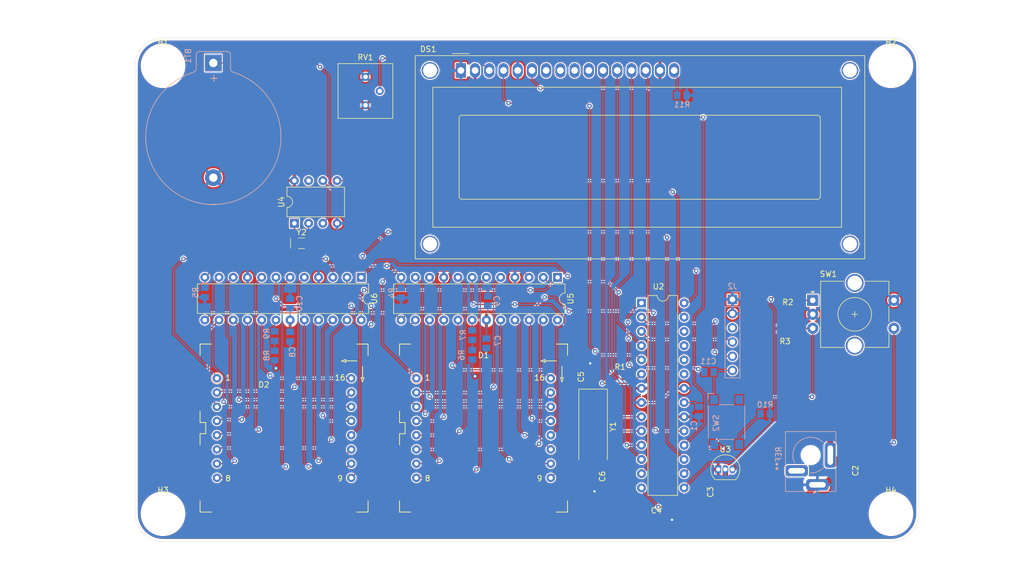
<source format=kicad_pcb>
(kicad_pcb (version 20211014) (generator pcbnew)
  (layers (0 "F.Cu" signal) (31 "B.Cu" signal) (34 "B.Paste" user) (35 "F.Paste" user) (36 "B.SilkS" user "B.Silkscreen") (37 "F.SilkS" user "F.Silkscreen") (38 "B.Mask" user) (39 "F.Mask" user) (44 "Edge.Cuts" user))
  (net 0 "")
  (net 1 "LCD D7")
  (net 2 "LCD D6")
  (net 3 "LCD D5")
  (net 4 "LCD D4")
  (net 5 "LCD E")
  (net 6 "GND")
  (net 7 "LCD RS")
  (net 8 "VCC")
  (net 9 "Net-(C5-Pad1)")
  (net 10 "Net-(R10-Pad2)")
  (net 11 "ROT ENC SWITCH")
  (net 12 "Net-(R7-Pad2)")
  (net 13 "Net-(R8-Pad2)")
  (net 14 "DATA MAX")
  (net 15 "~{RST}")
  (net 16 "RXD")
  (net 17 "TXD")
  (net 20 "Net-(D2-Pad1)")
  (net 21 "Net-(D2-Pad2)")
  (net 22 "Net-(D2-Pad3)")
  (net 23 "Net-(D2-Pad4)")
  (net 24 "Net-(D2-Pad5)")
  (net 25 "Net-(D2-Pad6)")
  (net 26 "Net-(D2-Pad7)")
  (net 27 "Net-(D2-Pad8)")
  (net 28 "Net-(D2-Pad9)")
  (net 29 "Net-(D2-Pad10)")
  (net 30 "Net-(D2-Pad11)")
  (net 31 "Net-(D2-Pad12)")
  (net 32 "Net-(D2-Pad13)")
  (net 33 "Net-(D2-Pad14)")
  (net 34 "Net-(D2-Pad15)")
  (net 35 "Net-(D2-Pad16)")
  (net 36 "Net-(U4-Pad1)")
  (net 37 "A4 SDA")
  (net 38 "Net-(U4-Pad2)")
  (net 39 "A5 SCK")
  (net 40 "VBAT")
  (net 42 "ROT ENC A OUT")
  (net 43 "ROT ENC B OUT")
  (net 44 "LOAD MAX")
  (net 45 "SCK")
  (net 46 "Net-(C1-Pad1)")
  (net 47 "D1OD2I")
  (net 48 "Net-(C2-Pad1)")
  (net 49 "Net-(C6-Pad1)")
  (net 50 "~{RESET BTN}")
  (net 51 "Net-(D1-Pad1)")
  (net 52 "Net-(D1-Pad2)")
  (net 53 "Net-(D1-Pad3)")
  (net 54 "Net-(D1-Pad4)")
  (net 55 "Net-(D1-Pad5)")
  (net 56 "Net-(D1-Pad6)")
  (net 57 "Net-(D1-Pad7)")
  (net 58 "Net-(D1-Pad8)")
  (net 59 "Net-(D1-Pad9)")
  (net 60 "Net-(D1-Pad10)")
  (net 61 "Net-(D1-Pad11)")
  (net 62 "Net-(D1-Pad12)")
  (net 63 "Net-(D1-Pad13)")
  (net 64 "Net-(D1-Pad14)")
  (net 65 "Net-(D1-Pad15)")
  (net 66 "Net-(D1-Pad16)")
  (net 67 "Net-(R6-Pad2)")
  (net 68 "Net-(R9-Pad2)")
  (net 79 "Net-(DS1-Pad16)")
  (net 80 "Net-(DS1-Pad3)")
  (footprint "footprints:Crystal_SMD_2Pin_3.2x1.5mm" (layer "F.Cu") (at 109.718 91.704)
    (fp_text reference "Y2")
    (fp_text value "Crystal_32768Hz")
  )
  (footprint "footprints:R_0805_2012Metric" (layer "F.Cu") (at 166.624 115.443)
    (fp_text reference "R1")
    (fp_text value "10KΩ")
  )
  (footprint "footprints:MountingHole_3.2mm_M3" (layer "F.Cu") (at 215 140)
    (fp_text reference "H4")
    (fp_text value "MountingHole")
  )
  (footprint "footprints:DIP-24_W7.62mm" (layer "F.Cu") (at 155.453 97.8 -90)
    (fp_text reference "U5")
    (fp_text value "MAX7219")
  )
  (footprint "footprints:C_0805_2012Metric" (layer "F.Cu") (at 161.798 133.35 -90)
    (fp_text reference "C6")
    (fp_text value "22p")
  )
  (footprint "footprints:KWM-30881CVB" (layer "F.Cu") (at 106.618 124.714)
    (fp_text reference "D2")
    (fp_text value "KWM-30881CVB")
  )
  (footprint "footprints:C_0805_2012Metric" (layer "F.Cu") (at 181.102 136.144 -90)
    (fp_text reference "C3")
    (fp_text value "C_0805_0.1uf")
  )
  (footprint "footprints:C_0805_2012Metric" (layer "F.Cu") (at 173.101 141.097)
    (fp_text reference "C4")
    (fp_text value "C_0805_0.1uf")
  )
  (footprint "footprints:Crystal_SMD_HC49-SD" (layer "F.Cu") (at 161.798 124.46 -90)
    (fp_text reference "Y1")
    (fp_text value "Crystal 16MHZ")
  )
  (footprint "footprints:C_0805_2012Metric" (layer "F.Cu") (at 161.29 115.57 90)
    (fp_text reference "C5")
    (fp_text value "22p")
  )
  (footprint "footprints:DIP-24_W7.62mm" (layer "F.Cu") (at 120.396 97.79 -90)
    (fp_text reference "U6")
    (fp_text value "MAX7219")
  )
  (footprint "footprints:MountingHole_3.2mm_M3" (layer "F.Cu") (at 215 60)
    (fp_text reference "H2")
    (fp_text value "MountingHole")
  )
  (footprint "footprints:MountingHole_3.2mm_M3" (layer "F.Cu") (at 85 140)
    (fp_text reference "H3")
    (fp_text value "MountingHole")
  )
  (footprint "footprints:MountingHole_3.2mm_M3" (layer "F.Cu") (at 85 60)
    (fp_text reference "H1")
    (fp_text value "MountingHole")
  )
  (footprint "footprints:TC1602A-01T" (layer "F.Cu") (at 138.18 60.8425)
    (fp_text reference "DS1")
    (fp_text value "TC1602A-01T")
  )
  (footprint "footprints:R_0805_2012Metric" (layer "F.Cu") (at 196.381 106.934)
    (fp_text reference "R2")
    (fp_text value "R_0805_200")
  )
  (footprint "footprints:RotaryEncoder_TT_EN11-Switch_Vertical_H20mm_CircularMountingHoles" (layer "F.Cu") (at 201.03 101.894)
    (fp_text reference "SW1")
    (fp_text value "RotaryEncoder_Switch")
  )
  (footprint "footprints:DIP-8_W7.62mm" (layer "F.Cu") (at 108.458 88.138 90)
    (fp_text reference "U4")
    (fp_text value "DS1307_DIP-8")
  )
  (footprint "footprints:Potentiometer_Bourns_3386P_Vertical" (layer "F.Cu") (at 121.158 67.056)
    (fp_text reference "RV1")
    (fp_text value "R_POT_10K")
  )
  (footprint "footprints:C_0805_2012Metric" (layer "F.Cu") (at 207.01 132.334 -90)
    (fp_text reference "C2")
    (fp_text value "C_0805_1uf")
  )
  (footprint "footprints:DIP-28_W7.62mm" (layer "F.Cu") (at 170.444 102.372)
    (fp_text reference "U2")
    (fp_text value "ATmega328-PU")
  )
  (footprint "footprints:TO-92_Inline" (layer "F.Cu") (at 184.15 132.08)
    (fp_text reference "U3")
    (fp_text value "L7805_TO92")
  )
  (footprint "footprints:R_0805_2012Metric" (layer "F.Cu") (at 197.104 103.886 180)
    (fp_text reference "R3")
    (fp_text value "R_0805_200")
  )
  (footprint "footprints:KWM-30881CVB" (layer "F.Cu") (at 142.24 124.714)
    (fp_text reference "D1")
    (fp_text value "KWM-30881CVB")
  )
  (footprint "footprints:C_0805_2012Metric" (layer "B.Cu") (at 142.748 109.562 -90)
    (fp_text reference "C7")
    (fp_text value "C_0805_1uf")
  )
  (footprint "footprints:C_0805_2012Metric" (layer "B.Cu") (at 107.696 108.37 -90)
    (fp_text reference "C8")
    (fp_text value "C_0805_1uf")
  )
  (footprint "footprints:R_0805_2012Metric" (layer "B.Cu") (at 104.902 108.292 90)
    (fp_text reference "R9")
    (fp_text value "R_0805_4.7K")
  )
  (footprint "footprints:C_0805_2012Metric" (layer "B.Cu") (at 180.721 121.754 -90)
    (fp_text reference "C1")
    (fp_text value "10uf")
  )
  (footprint "footprints:R_0805_2012Metric" (layer "B.Cu") (at 140.208 111.633 90)
    (fp_text reference "R6")
    (fp_text value "R_0805_22K")
  )
  (footprint "footprints:C_0805_2012Metric" (layer "B.Cu") (at 182.499 114.681)
    (fp_text reference "C11")
    (fp_text value "100n")
  )
  (footprint "footprints:C_0805_2012Metric" (layer "B.Cu") (at 107.696 102.45 90)
    (fp_text reference "C10")
    (fp_text value "C_0805_0.1uf")
  )
  (footprint "footprints:C_0805_2012Metric" (layer "B.Cu") (at 143.002 102.02 90)
    (fp_text reference "C9")
    (fp_text value "C_0805_0.1uf")
  )
  (footprint "footprints:R_0805_2012Metric" (layer "B.Cu") (at 177.673 65.278)
    (fp_text reference "R11")
    (fp_text value "R_0805_1K")
  )
  (footprint "footprints:R_0805_2012Metric" (layer "B.Cu") (at 127.508 100.584 -90)
    (fp_text reference "R4")
    (fp_text value "R_0805_10K")
  )
  (footprint "footprints:Wurth-694106402002" (layer "B.Cu") (at 200.66 129.54 180)
    (fp_text reference "J1")
    (fp_text value "Power_inlet_vertical" hide)
  )
  (footprint "footprints:BatteryHolder_Keystone_106_1x20mm" (layer "B.Cu") (at 93.980017 59.506314 -90)
    (fp_text reference "BT1")
    (fp_text value "Battery_Cell")
  )
  (footprint "footprints:R_0805_2012Metric" (layer "B.Cu") (at 92.456 100.496 -90)
    (fp_text reference "R5")
    (fp_text value "R_0805_10K")
  )
  (footprint "footprints:R_0805_2012Metric" (layer "B.Cu") (at 104.902 111.76 90)
    (fp_text reference "R8")
    (fp_text value "R_0805_22K")
  )
  (footprint "footprints:SW_SPST_Omron_B3FS-100xP" (layer "B.Cu") (at 185.638 123.634 -90)
    (fp_text reference "SW2")
    (fp_text value "Omron_B3F_SPST")
  )
  (footprint "footprints:R_0805_2012Metric" (layer "B.Cu") (at 192.532 122.174 180)
    (fp_text reference "R10")
    (fp_text value "R_0805_200")
  )
  (footprint "footprints:PinHeader_1x06_P2.54mm_Vertical" (layer "B.Cu") (at 186.69 101.727 180)
    (fp_text reference "J2")
    (fp_text value "Conn_01x06")
  )
  (footprint "footprints:R_0805_2012Metric" (layer "B.Cu") (at 140.208 108.116 90)
    (fp_text reference "R7")
    (fp_text value "R_0805_4.7K")
  )
  (gr_line locked (start 220 60) (end 220 140) (layer "Edge.Cuts") (width 0.05))
  (gr_line locked (start 80 60) (end 80 140) (layer "Edge.Cuts") (width 0.05))
  (gr_arc locked (start 80 60) (mid 81.464466 56.464466) (end 85 55) (layer "Edge.Cuts") (width 0.05))
  (gr_arc locked (start 85 145) (mid 81.464466 143.535534) (end 80 140) (layer "Edge.Cuts") (width 0.05))
  (gr_arc locked (start 220 140) (mid 218.535534 143.535534) (end 215 145) (layer "Edge.Cuts") (width 0.05))
  (gr_line locked (start 215 55) (end 85 55) (layer "Edge.Cuts") (width 0.05))
  (gr_arc locked (start 215 55) (mid 218.535534 56.464466) (end 220 60) (layer "Edge.Cuts") (width 0.05))
  (gr_line locked (start 215 145) (end 85 145) (layer "Edge.Cuts") (width 0.05))
  (segment (start 171.548311 61.190811) (end 171.548311 131.747689) (width 0.2032) (layer "B.Cu") (net 1))
  (segment (start 171.548311 131.747689) (end 170.444 132.852) (width 0.2032) (layer "B.Cu") (net 1))
  (segment (start 171.2 60.8425) (end 171.548311 61.190811) (width 0.2032) (layer "B.Cu") (net 1))
  (segment (start 168.66 97.161902) (end 165.659289 100.162613) (width 0.2032) (layer "B.Cu") (net 2))
  (segment (start 168.529 128.397) (end 170.444 130.312) (width 0.2032) (layer "B.Cu") (net 2))
  (segment (start 168.66 60.8425) (end 168.66 97.161902) (width 0.2032) (layer "B.Cu") (net 2))
  (segment (start 165.659289 114.859289) (end 168.529 117.729) (width 0.2032) (layer "B.Cu") (net 2))
  (segment (start 165.659289 100.162613) (end 165.659289 114.859289) (width 0.2032) (layer "B.Cu") (net 2))
  (segment (start 168.529 117.729) (end 168.529 128.397) (width 0.2032) (layer "B.Cu") (net 2))
  (segment (start 167.8183 127.762) (end 167.8283 127.772) (width 0.2032) (layer "F.Cu") (net 3))
  (segment (start 167.8283 127.772) (end 170.444 127.772) (width 0.2032) (layer "F.Cu") (net 3))
  (via (at 167.8183 127.762) (size 0.8128) (drill 0.4064) (layers "F.Cu" "B.Cu") (net 3))
  (segment (start 166.116 97.663) (end 166.116 60.8465) (width 0.2032) (layer "B.Cu") (net 3))
  (segment (start 167.8183 127.762) (end 167.513 127.4567) (width 0.2032) (layer "B.Cu") (net 3))
  (segment (start 166.116 60.8465) (end 166.12 60.8425) (width 0.2032) (layer "B.Cu") (net 3))
  (segment (start 164.719 114.681) (end 164.719 99.06) (width 0.2032) (layer "B.Cu") (net 3))
  (segment (start 164.719 99.06) (end 166.116 97.663) (width 0.2032) (layer "B.Cu") (net 3))
  (segment (start 167.513 127.4567) (end 167.513 117.475) (width 0.2032) (layer "B.Cu") (net 3))
  (segment (start 167.513 117.475) (end 164.719 114.681) (width 0.2032) (layer "B.Cu") (net 3))
  (segment (start 163.449 116.713) (end 168.803 116.713) (width 0.2032) (layer "F.Cu") (net 4))
  (segment (start 168.803 116.713) (end 170.444 115.072) (width 0.2032) (layer "F.Cu") (net 4))
  (via (at 163.449 116.713) (size 0.8128) (drill 0.4064) (layers "F.Cu" "B.Cu") (net 4))
  (segment (start 163.58 116.582) (end 163.449 116.713) (width 0.2032) (layer "B.Cu") (net 4))
  (segment (start 163.58 60.8425) (end 163.58 116.582) (width 0.2032) (layer "B.Cu") (net 4))
  (segment (start 152.4 64.008) (end 171.704 64.008) (width 0.2032) (layer "F.Cu") (net 5))
  (segment (start 171.704 64.008) (end 176.657 68.961) (width 0.2032) (layer "F.Cu") (net 5))
  (segment (start 176.911 69.215) (end 181.483 69.215) (width 0.2032) (layer "F.Cu") (net 5))
  (segment (start 176.657 68.961) (end 176.911 69.215) (width 0.2032) (layer "F.Cu") (net 5))
  (via (at 181.483 69.215) (size 0.8128) (drill 0.4064) (layers "F.Cu" "B.Cu") (net 5))
  (via (at 152.4 64.008) (size 0.8128) (drill 0.4064) (layers "F.Cu" "B.Cu") (net 5))
  (segment (start 181.483 69.215) (end 181.483 103.124) (width 0.2032) (layer "B.Cu") (net 5))
  (segment (start 150.88 60.8425) (end 150.88 62.488) (width 0.2032) (layer "B.Cu") (net 5))
  (segment (start 181.725311 118.606311) (end 181.725311 124.110689) (width 0.2032) (layer "B.Cu") (net 5))
  (segment (start 181.725311 124.110689) (end 178.064 127.772) (width 0.2032) (layer "B.Cu") (net 5))
  (segment (start 179.883289 104.723711) (end 179.883289 116.764289) (width 0.2032) (layer "B.Cu") (net 5))
  (segment (start 150.88 62.488) (end 152.4 64.008) (width 0.2032) (layer "B.Cu") (net 5))
  (segment (start 181.483 103.124) (end 179.883289 104.723711) (width 0.2032) (layer "B.Cu") (net 5))
  (segment (start 179.883289 116.764289) (end 181.725311 118.606311) (width 0.2032) (layer "B.Cu") (net 5))
  (segment (start 173.951 141.097) (end 175.895 141.097) (width 0.2032) (layer "F.Cu") (net 6))
  (segment (start 185.42 132.08) (end 185.42 135.128) (width 1.016) (layer "F.Cu") (net 6))
  (segment (start 201.86 134.84) (end 203.234 134.84) (width 0.2032) (layer "F.Cu") (net 6))
  (segment (start 204.89 133.184) (end 207.01 133.184) (width 1.27) (layer "F.Cu") (net 6))
  (segment (start 181.356 137.248) (end 184.824 137.248) (width 0.762) (layer "F.Cu") (net 6))
  (segment (start 186.944 136.652) (end 200.048 136.652) (width 1.016) (layer "F.Cu") (net 6))
  (segment (start 173.599 120.152) (end 175.895 117.856) (width 0.2032) (layer "F.Cu") (net 6))
  (segment (start 161.798 135.763) (end 162.052 136.017) (width 0.2032) (layer "F.Cu") (net 6))
  (segment (start 184.824 137.248) (end 186.182 135.89) (width 0.762) (layer "F.Cu") (net 6))
  (segment (start 200.048 136.652) (end 201.86 134.84) (width 1.016) (layer "F.Cu") (net 6))
  (segment (start 170.444 120.152) (end 173.599 120.152) (width 0.2032) (layer "F.Cu") (net 6))
  (segment (start 186.182 135.89) (end 186.944 136.652) (width 1.016) (layer "F.Cu") (net 6))
  (segment (start 177.82 117.856) (end 178.064 117.612) (width 0.2032) (layer "F.Cu") (net 6))
  (segment (start 181.102 136.994) (end 181.356 137.248) (width 0.762) (layer "F.Cu") (net 6))
  (segment (start 203.234 134.84) (end 204.89 133.184) (width 1.27) (layer "F.Cu") (net 6))
  (segment (start 161.29 114.72) (end 161.29 113.157) (width 0.2032) (layer "F.Cu") (net 6))
  (segment (start 161.798 134.2) (end 161.798 135.763) (width 0.2032) (layer "F.Cu") (net 6))
  (segment (start 175.895 117.856) (end 177.82 117.856) (width 0.2032) (layer "F.Cu") (net 6))
  (segment (start 185.42 135.128) (end 186.182 135.89) (width 1.016) (layer "F.Cu") (net 6))
  (via (at 161.29 113.157) (size 0.8128) (drill 0.4064) (layers "F.Cu" "B.Cu") (net 6))
  (via (at 175.895 141.097) (size 0.8128) (drill 0.4064) (layers "F.Cu" "B.Cu") (net 6))
  (via (at 162.052 136.017) (size 0.8128) (drill 0.4064) (layers "F.Cu" "B.Cu") (net 6))
  (segment (start 146.685 66.675) (end 160.655 66.675) (width 0.2032) (layer "F.Cu") (net 7))
  (segment (start 162.179 110.998) (end 162.814 111.633) (width 0.2032) (layer "F.Cu") (net 7))
  (segment (start 160.655 66.675) (end 161.163 67.183) (width 0.2032) (layer "F.Cu") (net 7))
  (segment (start 162.814 111.633) (end 169.545 111.633) (width 0.2032) (layer "F.Cu") (net 7))
  (segment (start 169.545 111.633) (end 170.444 112.532) (width 0.2032) (layer "F.Cu") (net 7))
  (via (at 146.685 66.675) (size 0.8128) (drill 0.4064) (layers "F.Cu" "B.Cu") (net 7))
  (via (at 162.179 110.998) (size 0.8128) (drill 0.4064) (layers "F.Cu" "B.Cu") (net 7))
  (via (at 161.163 67.183) (size 0.8128) (drill 0.4064) (layers "F.Cu" "B.Cu") (net 7))
  (segment (start 161.163 109.982) (end 162.179 110.998) (width 0.2032) (layer "B.Cu") (net 7))
  (segment (start 145.8 65.79) (end 146.685 66.675) (width 0.2032) (layer "B.Cu") (net 7))
  (segment (start 161.163 67.183) (end 161.163 109.982) (width 0.2032) (layer "B.Cu") (net 7))
  (segment (start 145.8 60.8425) (end 145.8 65.79) (width 0.2032) (layer "B.Cu") (net 7))
  (segment (start 181.102 133.516) (end 182.538 132.08) (width 0.762) (layer "F.Cu") (net 8))
  (segment (start 181.102 135.294) (end 181.102 133.516) (width 0.762) (layer "F.Cu") (net 8))
  (segment (start 195.531 106.934) (end 195.531 104.609) (width 0.2032) (layer "F.Cu") (net 8))
  (segment (start 182.538 132.08) (end 184.15 132.08) (width 0.762) (layer "F.Cu") (net 8))
  (segment (start 195.531 104.609) (end 196.254 103.886) (width 0.2032) (layer "F.Cu") (net 8))
  (via (at 140.716 115.443) (size 0.8128) (drill 0.4064) (layers "F.Cu" "B.Cu") (net 8))
  (via (at 105.156 114.046) (size 0.8128) (drill 0.4064) (layers "F.Cu" "B.Cu") (net 8))
  (via (at 185.039 128.397) (size 0.8128) (drill 0.4064) (layers "F.Cu" "B.Cu") (net 8))
  (segment (start 183.388 127.634) (end 184.276 127.634) (width 0.2032) (layer "B.Cu") (net 8))
  (segment (start 142.748 107.696) (end 142.753 107.691) (width 0.2032) (layer "B.Cu") (net 8))
  (segment (start 142.753 107.691) (end 142.753 105.42) (width 0.2032) (layer "B.Cu") (net 8))
  (segment (start 104.902 113.792) (end 104.902 112.61) (width 0.2032) (layer "B.Cu") (net 8))
  (segment (start 142.748 108.712) (end 142.748 107.696) (width 0.2032) (layer "B.Cu") (net 8))
  (segment (start 143.002 105.171) (end 142.753 105.42) (width 0.2032) (layer "B.Cu") (net 8))
  (segment (start 105.156 114.046) (end 104.902 113.792) (width 0.2032) (layer "B.Cu") (net 8))
  (segment (start 143.002 102.87) (end 143.002 105.171) (width 0.2032) (layer "B.Cu") (net 8))
  (segment (start 107.696 105.41) (end 107.696 103.3) (width 0.2032) (layer "B.Cu") (net 8))
  (segment (start 184.276 127.634) (end 185.039 128.397) (width 0.2032) (layer "B.Cu") (net 8))
  (segment (start 107.696 107.52) (end 107.696 105.41) (width 0.2032) (layer "B.Cu") (net 8))
  (segment (start 140.208 114.935) (end 140.208 112.483) (width 0.2032) (layer "B.Cu") (net 8))
  (segment (start 140.716 115.443) (end 140.208 114.935) (width 0.2032) (layer "B.Cu") (net 8))
  (segment (start 164.28 122.692) (end 170.444 122.692) (width 0.2032) (layer "F.Cu") (net 9))
  (segment (start 161.798 120.21) (end 164.28 122.692) (width 0.2032) (layer "F.Cu") (net 9))
  (segment (start 161.29 116.42) (end 161.29 119.702) (width 0.2032) (layer "F.Cu") (net 9))
  (segment (start 161.29 119.702) (end 161.798 120.21) (width 0.2032) (layer "F.Cu") (net 9))
  (segment (start 187.888 125.968) (end 191.682 122.174) (width 0.2032) (layer "B.Cu") (net 10))
  (segment (start 187.888 127.634) (end 187.888 125.968) (width 0.2032) (layer "B.Cu") (net 10))
  (segment (start 215.519 127.254) (end 215.265 127.254) (width 0.2032) (layer "F.Cu") (net 11))
  (segment (start 215.265 127.254) (end 203.708 138.811) (width 0.2032) (layer "F.Cu") (net 11))
  (segment (start 203.708 138.811) (end 173.482 138.811) (width 0.2032) (layer "F.Cu") (net 11))
  (via (at 173.482 138.811) (size 0.8128) (drill 0.4064) (layers "F.Cu" "B.Cu") (net 11))
  (via (at 215.519 127.254) (size 0.8128) (drill 0.4064) (layers "F.Cu" "B.Cu") (net 11))
  (segment (start 173.482 138.811) (end 170.444 135.773) (width 0.2032) (layer "B.Cu") (net 11))
  (segment (start 215.519 127.254) (end 215.53 127.243) (width 0.2032) (layer "B.Cu") (net 11))
  (segment (start 170.444 135.773) (end 170.444 135.392) (width 0.2032) (layer "B.Cu") (net 11))
  (segment (start 215.53 127.243) (end 215.53 106.894) (width 0.2032) (layer "B.Cu") (net 11))
  (segment (start 140.208 105.425) (end 140.213 105.42) (width 0.2032) (layer "B.Cu") (net 12))
  (segment (start 140.208 107.266) (end 140.208 105.425) (width 0.2032) (layer "B.Cu") (net 12))
  (segment (start 104.902 110.91) (end 104.902 109.142) (width 0.2032) (layer "B.Cu") (net 13))
  (segment (start 158.242 89.662) (end 173.99 89.662) (width 0.2032) (layer "F.Cu") (net 14))
  (segment (start 173.99 89.662) (end 175.006 90.678) (width 0.2032) (layer "F.Cu") (net 14))
  (segment (start 120.65 95.758) (end 124.968 95.758) (width 0.2032) (layer "F.Cu") (net 14))
  (segment (start 125.222 89.662) (end 158.242 89.662) (width 0.2032) (layer "F.Cu") (net 14))
  (segment (start 94.488 95.758) (end 120.65 95.758) (width 0.2032) (layer "F.Cu") (net 14))
  (segment (start 92.456 97.79) (end 94.488 95.758) (width 0.2032) (layer "F.Cu") (net 14))
  (segment (start 120.65 95.758) (end 120.65 93.98) (width 0.2032) (layer "F.Cu") (net 14))
  (via (at 175.006 90.678) (size 0.8128) (drill 0.4064) (layers "F.Cu" "B.Cu") (net 14))
  (via (at 125.222 89.662) (size 0.8128) (drill 0.4064) (layers "F.Cu" "B.Cu") (net 14))
  (via (at 124.968 95.758) (size 0.8128) (drill 0.4064) (layers "F.Cu" "B.Cu") (net 14))
  (via (at 120.65 93.98) (size 0.8128) (drill 0.4064) (layers "F.Cu" "B.Cu") (net 14))
  (segment (start 120.65 93.98) (end 124.968 89.662) (width 0.2032) (layer "B.Cu") (net 14))
  (segment (start 124.968 89.662) (end 125.222 89.662) (width 0.2032) (layer "B.Cu") (net 14))
  (segment (start 127.508 97.805) (end 127.513 97.8) (width 0.2032) (layer "B.Cu") (net 14))
  (segment (start 92.456 99.646) (end 92.456 97.79) (width 0.2032) (layer "B.Cu") (net 14))
  (segment (start 125.471 95.758) (end 127.513 97.8) (width 0.2032) (layer "B.Cu") (net 14))
  (segment (start 175.006 90.678) (end 175.006 127.254) (width 0.2032) (layer "B.Cu") (net 14))
  (segment (start 127.508 99.734) (end 127.508 97.805) (width 0.2032) (layer "B.Cu") (net 14))
  (segment (start 175.006 127.254) (end 178.064 130.312) (width 0.2032) (layer "B.Cu") (net 14))
  (segment (start 124.968 95.758) (end 125.471 95.758) (width 0.2032) (layer "B.Cu") (net 14))
  (segment (start 168.275 113.411) (end 168.831689 113.967689) (width 0.2032) (layer "F.Cu") (net 15))
  (segment (start 167.767 115.443) (end 169.242311 113.967689) (width 0.2032) (layer "F.Cu") (net 15))
  (segment (start 180.388689 113.967689) (end 169.242311 113.967689) (width 0.2032) (layer "F.Cu") (net 15))
  (segment (start 168.831689 113.967689) (end 169.242311 113.967689) (width 0.2032) (layer "F.Cu") (net 15))
  (segment (start 180.594 114.173) (end 180.388689 113.967689) (width 0.2032) (layer "F.Cu") (net 15))
  (segment (start 167.474 115.443) (end 167.767 115.443) (width 0.2032) (layer "F.Cu") (net 15))
  (segment (start 168.021 108.585) (end 168.021 105.791) (width 0.2032) (layer "F.Cu") (net 15))
  (segment (start 168.148 108.712) (end 168.021 108.585) (width 0.2032) (layer "F.Cu") (net 15))
  (via (at 168.021 105.791) (size 0.8128) (drill 0.4064) (layers "F.Cu" "B.Cu") (net 15))
  (via (at 168.275 113.411) (size 0.8128) (drill 0.4064) (layers "F.Cu" "B.Cu") (net 15))
  (via (at 168.148 108.712) (size 0.8128) (drill 0.4064) (layers "F.Cu" "B.Cu") (net 15))
  (via (at 180.594 114.173) (size 0.8128) (drill 0.4064) (layers "F.Cu" "B.Cu") (net 15))
  (segment (start 181.649 114.681) (end 181.102 114.681) (width 0.2032) (layer "B.Cu") (net 15))
  (segment (start 168.148 113.284) (end 168.275 113.411) (width 0.2032) (layer "B.Cu") (net 15))
  (segment (start 168.021 104.795) (end 170.444 102.372) (width 0.2032) (layer "B.Cu") (net 15))
  (segment (start 168.021 105.791) (end 168.021 104.795) (width 0.2032) (layer "B.Cu") (net 15))
  (segment (start 181.102 114.681) (end 180.594 114.173) (width 0.2032) (layer "B.Cu") (net 15))
  (segment (start 168.148 108.712) (end 168.148 113.284) (width 0.2032) (layer "B.Cu") (net 15))
  (segment (start 186.69 111.887) (end 184.277 111.887) (width 0.2032) (layer "F.Cu") (net 16))
  (segment (start 183.642 105.664) (end 183.289689 106.016311) (width 0.2032) (layer "F.Cu") (net 16))
  (segment (start 183.289689 106.016311) (end 171.548311 106.016311) (width 0.2032) (layer "F.Cu") (net 16))
  (segment (start 171.548311 106.016311) (end 170.444 104.912) (width 0.2032) (layer "F.Cu") (net 16))
  (segment (start 184.277 111.887) (end 183.515 111.125) (width 0.2032) (layer "F.Cu") (net 16))
  (via (at 183.515 111.125) (size 0.8128) (drill 0.4064) (layers "F.Cu" "B.Cu") (net 16))
  (via (at 183.642 105.664) (size 0.8128) (drill 0.4064) (layers "F.Cu" "B.Cu") (net 16))
  (segment (start 183.515 105.791) (end 183.642 105.664) (width 0.2032) (layer "B.Cu") (net 16))
  (segment (start 183.515 111.125) (end 183.515 105.791) (width 0.2032) (layer "B.Cu") (net 16))
  (segment (start 171.879689 108.887689) (end 170.444 107.452) (width 0.2032) (layer "F.Cu") (net 17))
  (segment (start 186.230689 108.887689) (end 171.879689 108.887689) (width 0.2032) (layer "F.Cu") (net 17))
  (segment (start 186.69 109.347) (end 186.230689 108.887689) (width 0.2032) (layer "F.Cu") (net 17))
  (segment (start 88.646 94.488) (end 114.046 94.488) (width 0.2032) (layer "F.Cu") (net 20))
  (via (at 88.646 94.488) (size 0.8128) (drill 0.4064) (layers "F.Cu" "B.Cu") (net 20))
  (via (at 114.046 94.488) (size 0.8128) (drill 0.4064) (layers "F.Cu" "B.Cu") (net 20))
  (segment (start 115.316 95.758) (end 115.316 97.79) (width 0.2032) (layer "B.Cu") (net 20))
  (segment (start 114.046 94.488) (end 115.316 95.758) (width 0.2032) (layer "B.Cu") (net 20))
  (segment (start 87.06 107.95) (end 86.868 107.95) (width 0.2032) (layer "B.Cu") (net 20))
  (segment (start 86.868 96.266) (end 88.646 94.488) (width 0.2032) (layer "B.Cu") (net 20))
  (segment (start 86.868 107.95) (end 86.868 96.266) (width 0.2032) (layer "B.Cu") (net 20))
  (segment (start 94.68 115.57) (end 87.06 107.95) (width 0.2032) (layer "B.Cu") (net 20))
  (segment (start 108.458 117.348) (end 107.696 118.11) (width 0.2032) (layer "F.Cu") (net 21))
  (segment (start 107.696 118.11) (end 94.68 118.11) (width 0.2032) (layer "F.Cu") (net 21))
  (via (at 108.458 117.348) (size 0.8128) (drill 0.4064) (layers "F.Cu" "B.Cu") (net 21))
  (segment (start 108.458 117.348) (end 109.131689 116.674311) (width 0.2032) (layer "B.Cu") (net 21))
  (segment (start 109.131689 116.674311) (end 109.131689 98.894311) (width 0.2032) (layer "B.Cu") (net 21))
  (segment (start 109.131689 98.894311) (end 110.236 97.79) (width 0.2032) (layer "B.Cu") (net 21))
  (segment (start 94.68 120.65) (end 93.091 119.061) (width 0.2032) (layer "F.Cu") (net 22))
  (segment (start 93.091 119.061) (end 93.091 107.315) (width 0.2032) (layer "F.Cu") (net 22))
  (segment (start 93.091 107.315) (end 94.996 105.41) (width 0.2032) (layer "F.Cu") (net 22))
  (segment (start 94.68 123.19) (end 99.06 123.19) (width 0.2032) (layer "F.Cu") (net 23))
  (via (at 99.06 123.19) (size 0.8128) (drill 0.4064) (layers "F.Cu" "B.Cu") (net 23))
  (segment (start 99.06 123.19) (end 100.076 122.174) (width 0.2032) (layer "B.Cu") (net 23))
  (segment (start 100.076 122.174) (end 100.076 105.41) (width 0.2032) (layer "B.Cu") (net 23))
  (segment (start 94.68 125.73) (end 101.346 125.73) (width 0.2032) (layer "F.Cu") (net 24))
  (segment (start 101.346 125.73) (end 102.108 124.968) (width 0.2032) (layer "F.Cu") (net 24))
  (via (at 102.108 124.968) (size 0.8128) (drill 0.4064) (layers "F.Cu" "B.Cu") (net 24))
  (segment (start 102.108 124.968) (end 101.511689 124.371689) (width 0.2032) (layer "B.Cu") (net 24))
  (segment (start 101.511689 98.894311) (end 102.616 97.79) (width 0.2032) (layer "B.Cu") (net 24))
  (segment (start 101.511689 124.371689) (end 101.511689 98.894311) (width 0.2032) (layer "B.Cu") (net 24))
  (segment (start 113.538 128.27) (end 115.062 126.746) (width 0.2032) (layer "F.Cu") (net 25))
  (segment (start 94.68 128.27) (end 113.538 128.27) (width 0.2032) (layer "F.Cu") (net 25))
  (via (at 115.062 126.746) (size 0.8128) (drill 0.4064) (layers "F.Cu" "B.Cu") (net 25))
  (segment (start 115.062 126.746) (end 115.062 108.204) (width 0.2032) (layer "B.Cu") (net 25))
  (segment (start 115.062 108.204) (end 117.856 105.41) (width 0.2032) (layer "B.Cu") (net 25))
  (segment (start 97.282 131.064) (end 97.79 130.556) (width 0.2032) (layer "F.Cu") (net 26))
  (segment (start 94.618 131.064) (end 97.282 131.064) (width 0.2032) (layer "F.Cu") (net 26))
  (via (at 97.79 130.556) (size 0.8128) (drill 0.4064) (layers "F.Cu" "B.Cu") (net 26))
  (segment (start 96.774 129.54) (end 96.774 121.666) (width 0.2032) (layer "B.Cu") (net 26))
  (segment (start 97.028 121.412) (end 97.028 108.712) (width 0.2032) (layer "B.Cu") (net 26))
  (segment (start 97.028 108.712) (end 96.431689 108.115689) (width 0.2032) (layer "B.Cu") (net 26))
  (segment (start 97.79 130.556) (end 96.774 129.54) (width 0.2032) (layer "B.Cu") (net 26))
  (segment (start 96.431689 108.115689) (end 96.431689 98.894311) (width 0.2032) (layer "B.Cu") (net 26))
  (segment (start 96.431689 98.894311) (end 97.536 97.79) (width 0.2032) (layer "B.Cu") (net 26))
  (segment (start 96.774 121.666) (end 97.028 121.412) (width 0.2032) (layer "B.Cu") (net 26))
  (segment (start 94.618 133.604) (end 104.902 133.604) (width 0.2032) (layer "F.Cu") (net 27))
  (segment (start 104.902 133.604) (end 106.934 131.572) (width 0.2032) (layer "F.Cu") (net 27))
  (via (at 106.934 131.572) (size 0.8128) (drill 0.4064) (layers "F.Cu" "B.Cu") (net 27))
  (segment (start 106.934 131.572) (end 106.260311 130.898311) (width 0.2032) (layer "B.Cu") (net 27))
  (segment (start 106.260311 130.898311) (end 106.260311 99.225689) (width 0.2032) (layer "B.Cu") (net 27))
  (segment (start 106.260311 99.225689) (end 107.696 97.79) (width 0.2032) (layer "B.Cu") (net 27))
  (segment (start 121.158 130.81) (end 121.158 107.188) (width 0.2032) (layer "F.Cu") (net 28))
  (segment (start 121.158 107.188) (end 122.174 106.172) (width 0.2032) (layer "F.Cu") (net 28))
  (segment (start 117.856 98.92137) (end 117.856 97.79) (width 0.2032) (layer "F.Cu") (net 28))
  (segment (start 121.80463 102.87) (end 117.856 98.92137) (width 0.2032) (layer "F.Cu") (net 28))
  (segment (start 122.174 102.87) (end 121.80463 102.87) (width 0.2032) (layer "F.Cu") (net 28))
  (segment (start 121.158 131.064) (end 121.158 130.81) (width 0.2032) (layer "F.Cu") (net 28))
  (segment (start 118.618 133.604) (end 121.158 131.064) (width 0.2032) (layer "F.Cu") (net 28))
  (via (at 122.174 102.87) (size 0.8128) (drill 0.4064) (layers "F.Cu" "B.Cu") (net 28))
  (via (at 122.174 106.172) (size 0.8128) (drill 0.4064) (layers "F.Cu" "B.Cu") (net 28))
  (segment (start 122.428 103.124) (end 122.428 105.918) (width 0.2032) (layer "B.Cu") (net 28))
  (segment (start 122.428 105.918) (end 122.174 106.172) (width 0.2032) (layer "B.Cu") (net 28))
  (segment (start 122.174 102.87) (end 122.428 103.124) (width 0.2032) (layer "B.Cu") (net 28))
  (segment (start 118.618 131.064) (end 118.11 131.572) (width 0.2032) (layer "F.Cu") (net 29))
  (segment (start 118.11 131.572) (end 110.998 131.572) (width 0.2032) (layer "F.Cu") (net 29))
  (via (at 110.998 131.572) (size 0.8128) (drill 0.4064) (layers "F.Cu" "B.Cu") (net 29))
  (segment (start 110.998 131.572) (end 110.236 130.81) (width 0.2032) (layer "B.Cu") (net 29))
  (segment (start 110.236 130.81) (end 110.236 105.41) (width 0.2032) (layer "B.Cu") (net 29))
  (segment (start 116.332 130.302) (end 113.03 130.302) (width 0.2032) (layer "F.Cu") (net 30))
  (segment (start 118.618 128.524) (end 116.84 130.302) (width 0.2032) (layer "F.Cu") (net 30))
  (segment (start 116.84 130.302) (end 116.332 130.302) (width 0.2032) (layer "F.Cu") (net 30))
  (segment (start 113.03 130.302) (end 112.776 130.556) (width 0.2032) (layer "F.Cu") (net 30))
  (via (at 112.776 130.556) (size 0.8128) (drill 0.4064) (layers "F.Cu" "B.Cu") (net 30))
  (segment (start 112.776 130.556) (end 112.014 129.794) (width 0.2032) (layer "B.Cu") (net 30))
  (segment (start 112.014 106.172) (end 112.776 105.41) (width 0.2032) (layer "B.Cu") (net 30))
  (segment (start 112.014 129.794) (end 112.014 106.172) (width 0.2032) (layer "B.Cu") (net 30))
  (segment (start 106.426 102.87) (end 105.156 101.6) (width 0.2032) (layer "F.Cu") (net 31))
  (segment (start 118.618 102.87) (end 106.426 102.87) (width 0.2032) (layer "F.Cu") (net 31))
  (via (at 105.156 101.6) (size 0.8128) (drill 0.4064) (layers "F.Cu" "B.Cu") (net 31))
  (via (at 118.618 102.87) (size 0.8128) (drill 0.4064) (layers "F.Cu" "B.Cu") (net 31))
  (segment (start 120.142 124.46) (end 120.142 106.717733) (width 0.2032) (layer "B.Cu") (net 31))
  (segment (start 118.960311 103.212311) (end 118.618 102.87) (width 0.2032) (layer "B.Cu") (net 31))
  (segment (start 118.618 125.984) (end 120.142 124.46) (width 0.2032) (layer "B.Cu") (net 31))
  (segment (start 120.142 106.717733) (end 118.960311 105.536044) (width 0.2032) (layer "B.Cu") (net 31))
  (segment (start 105.156 101.6) (end 105.156 97.79) (width 0.2032) (layer "B.Cu") (net 31))
  (segment (start 118.960311 105.536044) (end 118.960311 103.212311) (width 0.2032) (layer "B.Cu") (net 31))
  (segment (start 118.618 123.444) (end 114.554 123.444) (width 0.2032) (layer "F.Cu") (net 32))
  (segment (start 114.554 123.444) (end 113.538 122.428) (width 0.2032) (layer "F.Cu") (net 32))
  (via (at 113.538 122.428) (size 0.8128) (drill 0.4064) (layers "F.Cu" "B.Cu") (net 32))
  (segment (start 113.538 107.188) (end 115.316 105.41) (width 0.2032) (layer "B.Cu") (net 32))
  (segment (start 113.538 122.428) (end 113.538 107.188) (width 0.2032) (layer "B.Cu") (net 32))
  (segment (start 96.699266 120.904) (end 95.8093 120.014034) (width 0.2032) (layer "F.Cu") (net 33))
  (segment (start 118.618 120.904) (end 96.699266 120.904) (width 0.2032) (layer "F.Cu") (net 33))
  (via (at 95.8093 120.014034) (size 0.8128) (drill 0.4064) (layers "F.Cu" "B.Cu") (net 33))
  (segment (start 95.8093 120.014034) (end 95.8093 115.507307) (width 0.2032) (layer "B.Cu") (net 33))
  (segment (start 93.891689 98.894311) (end 94.996 97.79) (width 0.2032) (layer "B.Cu") (net 33))
  (segment (start 95.8093 115.507307) (end 93.891689 113.589696) (width 0.2032) (layer "B.Cu") (net 33))
  (segment (start 93.891689 113.589696) (end 93.891689 98.894311) (width 0.2032) (layer "B.Cu") (net 33))
  (segment (start 118.618 118.364) (end 117.348 119.634) (width 0.2032) (layer "F.Cu") (net 34))
  (segment (start 117.348 119.634) (end 98.552 119.634) (width 0.2032) (layer "F.Cu") (net 34))
  (via (at 98.552 119.634) (size 0.8128) (drill 0.4064) (layers "F.Cu" "B.Cu") (net 34))
  (segment (start 98.552 106.426) (end 97.536 105.41) (width 0.2032) (layer "B.Cu") (net 34))
  (segment (start 98.552 119.634) (end 98.552 106.426) (width 0.2032) (layer "B.Cu") (net 34))
  (segment (start 104.648 115.824) (end 104.14 115.316) (width 0.2032) (layer "F.Cu") (net 35))
  (segment (start 118.618 115.824) (end 104.648 115.824) (width 0.2032) (layer "F.Cu") (net 35))
  (via (at 104.14 115.316) (size 0.8128) (drill 0.4064) (layers "F.Cu" "B.Cu") (net 35))
  (segment (start 102.616 113.792) (end 102.616 105.41) (width 0.2032) (layer "B.Cu") (net 35))
  (segment (start 104.14 115.316) (end 102.616 113.792) (width 0.2032) (layer "B.Cu") (net 35))
  (segment (start 108.458 88.138) (end 108.458 91.694) (width 0.2032) (layer "F.Cu") (net 36))
  (segment (start 173.99 80.518) (end 116.078 80.518) (width 0.2032) (layer "F.Cu") (net 37))
  (segment (start 176.022 82.55) (end 173.99 80.518) (width 0.2032) (layer "F.Cu") (net 37))
  (via (at 176.022 82.55) (size 0.8128) (drill 0.4064) (layers "F.Cu" "B.Cu") (net 37))
  (segment (start 176.959689 103.807689) (end 178.064 104.912) (width 0.2032) (layer "B.Cu") (net 37))
  (segment (start 176.022 82.55) (end 176.959689 83.487689) (width 0.2032) (layer "B.Cu") (net 37))
  (segment (start 176.959689 83.487689) (end 176.959689 103.807689) (width 0.2032) (layer "B.Cu") (net 37))
  (segment (start 110.968 91.704) (end 110.968 88.168) (width 0.2032) (layer "F.Cu") (net 38))
  (segment (start 127.508 94.488) (end 113.538 80.518) (width 0.2032) (layer "F.Cu") (net 39))
  (segment (start 156.464 94.488) (end 178.054 94.488) (width 0.2032) (layer "F.Cu") (net 39))
  (segment (start 178.054 94.488) (end 180.213 96.647) (width 0.2032) (layer "F.Cu") (net 39))
  (segment (start 156.464 94.488) (end 127.508 94.488) (width 0.2032) (layer "F.Cu") (net 39))
  (via (at 180.213 96.647) (size 0.8128) (drill 0.4064) (layers "F.Cu" "B.Cu") (net 39))
  (segment (start 178.679 102.372) (end 178.064 102.372) (width 0.2032) (layer "B.Cu") (net 39))
  (segment (start 180.213 100.838) (end 178.679 102.372) (width 0.2032) (layer "B.Cu") (net 39))
  (segment (start 180.213 96.647) (end 180.213 100.838) (width 0.2032) (layer "B.Cu") (net 39))
  (segment (start 113.03 60.198) (end 112.338314 59.506314) (width 0.2032) (layer "F.Cu") (net 40))
  (segment (start 112.338314 59.506314) (end 93.980017 59.506314) (width 0.2032) (layer "F.Cu") (net 40))
  (via (at 113.03 60.198) (size 0.8128) (drill 0.4064) (layers "F.Cu" "B.Cu") (net 40))
  (segment (start 114.642311 61.810311) (end 113.03 60.198) (width 0.2032) (layer "B.Cu") (net 40))
  (segment (start 114.642311 87.033689) (end 114.642311 61.810311) (width 0.2032) (layer "B.Cu") (net 40))
  (segment (start 113.538 88.138) (end 114.642311 87.033689) (width 0.2032) (layer "B.Cu") (net 40))
  (segment (start 197.954 102.782) (end 197.954 103.886) (width 0.2032) (layer "F.Cu") (net 42))
  (segment (start 201.03 101.894) (end 198.842 101.894) (width 0.2032) (layer "F.Cu") (net 42))
  (segment (start 197.924689 100.976689) (end 198.842 101.894) (width 0.2032) (layer "F.Cu") (net 42))
  (segment (start 194.298311 100.976689) (end 197.924689 100.976689) (width 0.2032) (layer "F.Cu") (net 42))
  (segment (start 198.842 101.894) (end 197.954 102.782) (width 0.2032) (layer "F.Cu") (net 42))
  (segment (start 193.548 101.727) (end 194.298311 100.976689) (width 0.2032) (layer "F.Cu") (net 42))
  (via (at 193.548 101.727) (size 0.8128) (drill 0.4064) (layers "F.Cu" "B.Cu") (net 42))
  (segment (start 182.519 130.937) (end 178.064 135.392) (width 0.2032) (layer "B.Cu") (net 42))
  (segment (start 186.693622 130.937) (end 182.519 130.937) (width 0.2032) (layer "B.Cu") (net 42))
  (segment (start 194.261311 103.583311) (end 194.261311 123.369311) (width 0.2032) (layer "B.Cu") (net 42))
  (segment (start 193.548 102.87) (end 194.261311 103.583311) (width 0.2032) (layer "B.Cu") (net 42))
  (segment (start 193.548 101.727) (end 193.548 102.87) (width 0.2032) (layer "B.Cu") (net 42))
  (segment (start 194.261311 123.369311) (end 186.693622 130.937) (width 0.2032) (layer "B.Cu") (net 42))
  (segment (start 201.03 106.894) (end 197.271 106.894) (width 0.2032) (layer "F.Cu") (net 43))
  (segment (start 197.271 106.894) (end 197.231 106.934) (width 0.2032) (layer "F.Cu") (net 43))
  (segment (start 191.79 119.126) (end 178.064 132.852) (width 0.2032) (layer "F.Cu") (net 43))
  (segment (start 200.914 119.126) (end 191.79 119.126) (width 0.2032) (layer "F.Cu") (net 43))
  (via (at 200.914 119.126) (size 0.8128) (drill 0.4064) (layers "F.Cu" "B.Cu") (net 43))
  (segment (start 201.03 119.01) (end 200.914 119.126) (width 0.2032) (layer "B.Cu") (net 43))
  (segment (start 201.03 106.894) (end 201.03 119.01) (width 0.2032) (layer "B.Cu") (net 43))
  (segment (start 164.465 98.552) (end 158.242 98.552) (width 0.2032) (layer "F.Cu") (net 44))
  (segment (start 166.37 100.457) (end 164.465 98.552) (width 0.2032) (layer "F.Cu") (net 44))
  (segment (start 158.242 98.552) (end 157.226 97.536) (width 0.2032) (layer "F.Cu") (net 44))
  (via (at 166.37 100.457) (size 0.8128) (drill 0.4064) (layers "F.Cu" "B.Cu") (net 44))
  (via (at 157.226 97.536) (size 0.8128) (drill 0.4064) (layers "F.Cu" "B.Cu") (net 44))
  (segment (start 166.37 100.457) (end 166.116 100.711) (width 0.2032) (layer "B.Cu") (net 44))
  (segment (start 123.444 94.742) (end 126.238 94.742) (width 0.2032) (layer "B.Cu") (net 44))
  (segment (start 155.194 95.504) (end 157.226 97.536) (width 0.2032) (layer "B.Cu") (net 44))
  (segment (start 166.116 105.664) (end 170.444 109.992) (width 0.2032) (layer "B.Cu") (net 44))
  (segment (start 127 95.504) (end 155.194 95.504) (width 0.2032) (layer "B.Cu") (net 44))
  (segment (start 166.116 100.711) (end 166.116 105.664) (width 0.2032) (layer "B.Cu") (net 44))
  (segment (start 126.238 94.742) (end 127 95.504) (width 0.2032) (layer "B.Cu") (net 44))
  (segment (start 120.396 97.79) (end 123.444 94.742) (width 0.2032) (layer "B.Cu") (net 44))
  (segment (start 153.162 101.346) (end 151.13 103.378) (width 0.2032) (layer "F.Cu") (net 45))
  (segment (start 129.555 103.378) (end 127.513 105.42) (width 0.2032) (layer "F.Cu") (net 45))
  (segment (start 93.726 104.14) (end 92.456 105.41) (width 0.2032) (layer "F.Cu") (net 45))
  (segment (start 127.513 105.42) (end 126.233 104.14) (width 0.2032) (layer "F.Cu") (net 45))
  (segment (start 157.558311 103.807689) (end 172.260689 103.807689) (width 0.2032) (layer "F.Cu") (net 45))
  (segment (start 157.48 103.886) (end 157.558311 103.807689) (width 0.2032) (layer "F.Cu") (net 45))
  (segment (start 173.111 125.232) (end 178.064 125.232) (width 0.2032) (layer "F.Cu") (net 45))
  (segment (start 151.13 103.378) (end 129.555 103.378) (width 0.2032) (layer "F.Cu") (net 45))
  (segment (start 172.974 125.095) (end 173.111 125.232) (width 0.2032) (layer "F.Cu") (net 45))
  (segment (start 126.233 104.14) (end 93.726 104.14) (width 0.2032) (layer "F.Cu") (net 45))
  (segment (start 172.260689 103.807689) (end 172.593 104.14) (width 0.2032) (layer "F.Cu") (net 45))
  (via (at 172.974 125.095) (size 0.8128) (drill 0.4064) (layers "F.Cu" "B.Cu") (net 45))
  (via (at 157.48 103.886) (size 0.8128) (drill 0.4064) (layers "F.Cu" "B.Cu") (net 45))
  (via (at 153.162 101.346) (size 0.8128) (drill 0.4064) (layers "F.Cu" "B.Cu") (net 45))
  (via (at 172.593 104.14) (size 0.8128) (drill 0.4064) (layers "F.Cu" "B.Cu") (net 45))
  (segment (start 172.593 104.14) (end 172.593 124.714) (width 0.2032) (layer "B.Cu") (net 45))
  (segment (start 154.94 101.346) (end 157.48 103.886) (width 0.2032) (layer "B.Cu") (net 45))
  (segment (start 153.162 101.346) (end 154.94 101.346) (width 0.2032) (layer "B.Cu") (net 45))
  (segment (start 172.593 124.714) (end 172.974 125.095) (width 0.2032) (layer "B.Cu") (net 45))
  (segment (start 178.064 120.152) (end 179.969 120.152) (width 0.2032) (layer "B.Cu") (net 46))
  (segment (start 179.969 120.152) (end 180.721 120.904) (width 0.2032) (layer "B.Cu") (net 46))
  (segment (start 120.904 100.076) (end 150.622 100.076) (width 0.2032) (layer "F.Cu") (net 47))
  (via (at 120.904 100.076) (size 0.8128) (drill 0.4064) (layers "F.Cu" "B.Cu") (net 47))
  (via (at 150.622 100.076) (size 0.8128) (drill 0.4064) (layers "F.Cu" "B.Cu") (net 47))
  (segment (start 120.396 100.584) (end 120.904 100.076) (width 0.2032) (layer "B.Cu") (net 47))
  (segment (start 153.177 100.076) (end 155.453 97.8) (width 0.2032) (layer "B.Cu") (net 47))
  (segment (start 150.622 100.076) (end 153.177 100.076) (width 0.2032) (layer "B.Cu") (net 47))
  (segment (start 120.396 105.41) (end 120.396 100.584) (width 0.2032) (layer "B.Cu") (net 47))
  (segment (start 194.564 124.206) (end 201.422 124.206) (width 1.016) (layer "F.Cu") (net 48))
  (segment (start 204.16 126.944) (end 204.16 129.54) (width 1.016) (layer "F.Cu") (net 48))
  (segment (start 186.69 132.08) (end 194.564 124.206) (width 1.016) (layer "F.Cu") (net 48))
  (segment (start 204.159993 129.54) (end 206.104007 131.483989) (width 1.27) (layer "F.Cu") (net 48))
  (segment (start 201.422 124.206) (end 204.16 126.944) (width 1.016) (layer "F.Cu") (net 48))
  (segment (start 206.104 131.484) (end 207.01 131.484) (width 0.2032) (layer "F.Cu") (net 48))
  (segment (start 161.798 128.71) (end 165.276 125.232) (width 0.2032) (layer "F.Cu") (net 49))
  (segment (start 165.276 125.232) (end 170.444 125.232) (width 0.2032) (layer "F.Cu") (net 49))
  (segment (start 161.798 132.5) (end 161.798 128.71) (width 0.2032) (layer "F.Cu") (net 49))
  (segment (start 186.69 114.427) (end 183.603 114.427) (width 0.2032) (layer "B.Cu") (net 50))
  (segment (start 183.603 114.427) (end 183.349 114.681) (width 0.2032) (layer "B.Cu") (net 50))
  (segment (start 183.388 114.72) (end 183.349 114.681) (width 0.2032) (layer "B.Cu") (net 50))
  (segment (start 183.388 119.634) (end 183.388 114.72) (width 0.2032) (layer "B.Cu") (net 50))
  (segment (start 149.268689 96.695689) (end 150.373 97.8) (width 0.2032) (layer "F.Cu") (net 51))
  (segment (start 124.206 98.552) (end 126.062311 96.695689) (width 0.2032) (layer "F.Cu") (net 51))
  (segment (start 126.062311 96.695689) (end 149.268689 96.695689) (width 0.2032) (layer "F.Cu") (net 51))
  (via (at 124.206 98.552) (size 0.8128) (drill 0.4064) (layers "F.Cu" "B.Cu") (net 51))
  (segment (start 124.206 109.79) (end 130.24 115.824) (width 0.2032) (layer "B.Cu") (net 51))
  (segment (start 124.206 98.552) (end 124.206 109.79) (width 0.2032) (layer "B.Cu") (net 51))
  (segment (start 143.002 118.364) (end 144.018 117.348) (width 0.2032) (layer "F.Cu") (net 52))
  (segment (start 130.24 118.364) (end 143.002 118.364) (width 0.2032) (layer "F.Cu") (net 52))
  (via (at 144.018 117.348) (size 0.8128) (drill 0.4064) (layers "F.Cu" "B.Cu") (net 52))
  (segment (start 144.018 99.075) (end 145.293 97.8) (width 0.2032) (layer "B.Cu") (net 52))
  (segment (start 144.018 117.348) (end 144.018 99.075) (width 0.2032) (layer "B.Cu") (net 52))
  (segment (start 129.173689 106.299311) (end 130.053 105.42) (width 0.2032) (layer "F.Cu") (net 53))
  (segment (start 129.173689 119.837689) (end 129.173689 106.299311) (width 0.2032) (layer "F.Cu") (net 53))
  (segment (start 130.24 120.904) (end 129.173689 119.837689) (width 0.2032) (layer "F.Cu") (net 53))
  (segment (start 130.24 123.444) (end 134.366 123.444) (width 0.2032) (layer "F.Cu") (net 54))
  (segment (start 134.366 123.444) (end 135.128 122.682) (width 0.2032) (layer "F.Cu") (net 54))
  (via (at 135.128 122.682) (size 0.8128) (drill 0.4064) (layers "F.Cu" "B.Cu") (net 54))
  (segment (start 135.128 122.682) (end 135.133 122.677) (width 0.2032) (layer "B.Cu") (net 54))
  (segment (start 135.133 122.677) (end 135.133 105.42) (width 0.2032) (layer "B.Cu") (net 54))
  (segment (start 130.24 125.984) (end 137.16 125.984) (width 0.2032) (layer "F.Cu") (net 55))
  (segment (start 137.16 125.984) (end 137.922 125.222) (width 0.2032) (layer "F.Cu") (net 55))
  (via (at 137.922 125.222) (size 0.8128) (drill 0.4064) (layers "F.Cu" "B.Cu") (net 55))
  (segment (start 137.922 125.222) (end 138.938 124.206) (width 0.2032) (layer "B.Cu") (net 55))
  (segment (start 138.938 99.065) (end 137.673 97.8) (width 0.2032) (layer "B.Cu") (net 55))
  (segment (start 138.938 124.206) (end 138.938 99.065) (width 0.2032) (layer "B.Cu") (net 55))
  (segment (start 130.24 128.524) (end 151.13 128.524) (width 0.2032) (layer "F.Cu") (net 56))
  (segment (start 151.13 128.524) (end 152.146 127.508) (width 0.2032) (layer "F.Cu") (net 56))
  (via (at 152.146 127.508) (size 0.8128) (drill 0.4064) (layers "F.Cu" "B.Cu") (net 56))
  (segment (start 152.4 127.254) (end 152.4 105.933) (width 0.2032) (layer "B.Cu") (net 56))
  (segment (start 152.146 127.508) (end 152.4 127.254) (width 0.2032) (layer "B.Cu") (net 56))
  (segment (start 152.4 105.933) (end 152.913 105.42) (width 0.2032) (layer "B.Cu") (net 56))
  (segment (start 133.858 131.064) (end 130.24 131.064) (width 0.2032) (layer "F.Cu") (net 57))
  (segment (start 134.366 130.556) (end 133.858 131.064) (width 0.2032) (layer "F.Cu") (net 57))
  (via (at 134.366 130.556) (size 0.8128) (drill 0.4064) (layers "F.Cu" "B.Cu") (net 57))
  (segment (start 134.366 99.573) (end 132.593 97.8) (width 0.2032) (layer "B.Cu") (net 57))
  (segment (start 134.028689 104.962578) (end 134.366 104.625267) (width 0.2032) (layer "B.Cu") (net 57))
  (segment (start 133.096 122.174) (end 133.858 121.412) (width 0.2032) (layer "B.Cu") (net 57))
  (segment (start 133.858 121.412) (end 133.858 106.048111) (width 0.2032) (layer "B.Cu") (net 57))
  (segment (start 133.096 129.286) (end 133.096 122.174) (width 0.2032) (layer "B.Cu") (net 57))
  (segment (start 134.366 130.556) (end 133.096 129.286) (width 0.2032) (layer "B.Cu") (net 57))
  (segment (start 134.366 104.625267) (end 134.366 99.573) (width 0.2032) (layer "B.Cu") (net 57))
  (segment (start 133.858 106.048111) (end 134.028689 105.877422) (width 0.2032) (layer "B.Cu") (net 57))
  (segment (start 134.028689 105.877422) (end 134.028689 104.962578) (width 0.2032) (layer "B.Cu") (net 57))
  (segment (start 139.446 133.604) (end 140.97 132.08) (width 0.2032) (layer "F.Cu") (net 58))
  (segment (start 130.24 133.604) (end 139.446 133.604) (width 0.2032) (layer "F.Cu") (net 58))
  (via (at 140.97 132.08) (size 0.8128) (drill 0.4064) (layers "F.Cu" "B.Cu") (net 58))
  (segment (start 141.648689 131.401311) (end 141.648689 98.904311) (width 0.2032) (layer "B.Cu") (net 58))
  (segment (start 141.648689 98.904311) (end 142.753 97.8) (width 0.2032) (layer "B.Cu") (net 58))
  (segment (start 140.97 132.08) (end 141.648689 131.401311) (width 0.2032) (layer "B.Cu") (net 58))
  (segment (start 154.935 99.822) (end 152.913 97.8) (width 0.2032) (layer "F.Cu") (net 59))
  (segment (start 154.24 133.604) (end 156.718 131.126) (width 0.2032) (layer "F.Cu") (net 59))
  (segment (start 156.718 131.126) (end 156.718 99.822) (width 0.2032) (layer "F.Cu") (net 59))
  (segment (start 156.718 99.822) (end 154.935 99.822) (width 0.2032) (layer "F.Cu") (net 59))
  (segment (start 154.24 131.064) (end 147.574 131.064) (width 0.2032) (layer "F.Cu") (net 60))
  (segment (start 147.574 131.064) (end 146.812 130.302) (width 0.2032) (layer "F.Cu") (net 60))
  (via (at 146.812 130.302) (size 0.8128) (drill 0.4064) (layers "F.Cu" "B.Cu") (net 60))
  (segment (start 145.293 128.783) (end 145.293 105.42) (width 0.2032) (layer "B.Cu") (net 60))
  (segment (start 146.812 130.302) (end 145.293 128.783) (width 0.2032) (layer "B.Cu") (net 60))
  (segment (start 151.7 125.984) (end 149.606 125.984) (width 0.2032) (layer "F.Cu") (net 61))
  (segment (start 154.24 128.524) (end 151.7 125.984) (width 0.2032) (layer "F.Cu") (net 61))
  (via (at 149.606 125.984) (size 0.8128) (drill 0.4064) (layers "F.Cu" "B.Cu") (net 61))
  (segment (start 149.606 125.984) (end 148.59 124.968) (width 0.2032) (layer "B.Cu") (net 61))
  (segment (start 148.59 124.968) (end 148.59 106.177) (width 0.2032) (layer "B.Cu") (net 61))
  (segment (start 148.59 106.177) (end 147.833 105.42) (width 0.2032) (layer "B.Cu") (net 61))
  (segment (start 147.828 102.616) (end 140.462 102.616) (width 0.2032) (layer "F.Cu") (net 62))
  (via (at 147.828 102.616) (size 0.8128) (drill 0.4064) (layers "F.Cu" "B.Cu") (net 62))
  (via (at 140.462 102.616) (size 0.8128) (drill 0.4064) (layers "F.Cu" "B.Cu") (net 62))
  (segment (start 156.557311 104.962578) (end 156.557311 105.877422) (width 0.2032) (layer "B.Cu") (net 62))
  (segment (start 147.828 102.616) (end 154.210733 102.616) (width 0.2032) (layer "B.Cu") (net 62))
  (segment (start 155.910422 106.524311) (end 155.603689 106.524311) (width 0.2032) (layer "B.Cu") (net 62))
  (segment (start 156.557311 105.877422) (end 155.910422 106.524311) (width 0.2032) (layer "B.Cu") (net 62))
  (segment (start 140.213 102.367) (end 140.213 97.8) (width 0.2032) (layer "B.Cu") (net 62))
  (segment (start 155.306311 124.917689) (end 154.24 125.984) (width 0.2032) (layer "B.Cu") (net 62))
  (segment (start 155.306311 106.821689) (end 155.306311 124.917689) (width 0.2032) (layer "B.Cu") (net 62))
  (segment (start 154.210733 102.616) (end 156.557311 104.962578) (width 0.2032) (layer "B.Cu") (net 62))
  (segment (start 155.603689 106.524311) (end 155.306311 106.821689) (width 0.2032) (layer "B.Cu") (net 62))
  (segment (start 140.462 102.616) (end 140.213 102.367) (width 0.2032) (layer "B.Cu") (net 62))
  (segment (start 154.24 123.444) (end 151.384 123.444) (width 0.2032) (layer "F.Cu") (net 63))
  (segment (start 151.384 123.444) (end 150.876 122.936) (width 0.2032) (layer "F.Cu") (net 63))
  (via (at 150.876 122.936) (size 0.8128) (drill 0.4064) (layers "F.Cu" "B.Cu") (net 63))
  (segment (start 150.876 122.936) (end 150.622 122.682) (width 0.2032) (layer "B.Cu") (net 63))
  (segment (start 150.622 122.682) (end 150.622 105.669) (width 0.2032) (layer "B.Cu") (net 63))
  (segment (start 150.622 105.669) (end 150.373 105.42) (width 0.2032) (layer "B.Cu") (net 63))
  (segment (start 133.096 120.904) (end 154.24 120.904) (width 0.2032) (layer "F.Cu") (net 64))
  (segment (start 131.826 122.174) (end 133.096 120.904) (width 0.2032) (layer "F.Cu") (net 64))
  (via (at 131.826 122.174) (size 0.8128) (drill 0.4064) (layers "F.Cu" "B.Cu") (net 64))
  (segment (start 131.826 122.174) (end 131.318 121.666) (width 0.2032) (layer "B.Cu") (net 64))
  (segment (start 131.318 121.666) (end 131.318 99.065) (width 0.2032) (layer "B.Cu") (net 64))
  (segment (start 131.318 99.065) (end 130.053 97.8) (width 0.2032) (layer "B.Cu") (net 64))
  (segment (start 133.4013 119.888) (end 152.716 119.888) (width 0.2032) (layer "F.Cu") (net 65))
  (segment (start 152.716 119.888) (end 154.24 118.364) (width 0.2032) (layer "F.Cu") (net 65))
  (segment (start 132.588 119.0747) (end 133.4013 119.888) (width 0.2032) (layer "F.Cu") (net 65))
  (via (at 132.588 119.0747) (size 0.8128) (drill 0.4064) (layers "F.Cu" "B.Cu") (net 65))
  (segment (start 132.334 105.679) (end 132.593 105.42) (width 0.2032) (layer "B.Cu") (net 65))
  (segment (start 132.334 118.8207) (end 132.334 105.679) (width 0.2032) (layer "B.Cu") (net 65))
  (segment (start 132.588 119.0747) (end 132.334 118.8207) (width 0.2032) (layer "B.Cu") (net 65))
  (segment (start 152.716 114.3) (end 154.24 115.824) (width 0.2032) (layer "F.Cu") (net 66))
  (segment (start 137.414 114.3) (end 152.716 114.3) (width 0.2032) (layer "F.Cu") (net 66))
  (segment (start 136.652 113.538) (end 137.414 114.3) (width 0.2032) (layer "F.Cu") (net 66))
  (via (at 136.652 113.538) (size 0.8128) (drill 0.4064) (layers "F.Cu" "B.Cu") (net 66))
  (segment (start 136.652 113.538) (end 137.673 112.517) (width 0.2032) (layer "B.Cu") (net 66))
  (segment (start 137.673 112.517) (end 137.673 105.42) (width 0.2032) (layer "B.Cu") (net 66))
  (segment (start 140.208 110.783) (end 140.208 108.966) (width 0.2032) (layer "B.Cu") (net 67))
  (segment (start 104.902 105.664) (end 105.156 105.41) (width 0.2032) (layer "B.Cu") (net 68))
  (segment (start 104.902 107.442) (end 104.902 105.664) (width 0.2032) (layer "B.Cu") (net 68))
  (segment (start 176.823 61.3855) (end 176.28 60.8425) (width 0.2032) (layer "B.Cu") (net 79))
  (segment (start 176.823 65.278) (end 176.823 61.3855) (width 0.2032) (layer "B.Cu") (net 79))
  (segment (start 141.0915 58.674) (end 143.26 60.8425) (width 0.2032) (layer "F.Cu") (net 80))
  (segment (start 124.206 58.674) (end 141.0915 58.674) (width 0.2032) (layer "F.Cu") (net 80))
  (via (at 124.206 58.674) (size 0.8128) (drill 0.4064) (layers "F.Cu" "B.Cu") (net 80))
  (segment (start 123.698 59.182) (end 124.206 58.674) (width 0.2032) (layer "B.Cu") (net 80))
  (segment (start 123.698 64.516) (end 123.698 59.182) (width 0.2032) (layer "B.Cu") (net 80))
  (zone locked (net 0) (net_name "") (layers F&B.Cu) (connect_pads (clearance 0)) (min_thickness 0.254)
    (keepout (tracks not_allowed) (vias not_allowed) (pads allowed) (copperpour not_allowed) (footprints allowed))
    (fill (thermal_gap 0.508) (thermal_bridge_width 0.508))
    (polygon (pts (xy 219.005141 140) (xy 218.984638 139.595255) (xy 218.923337 139.194655) (xy 218.821867 138.802299) (xy 218.681267 138.422207) (xy 218.502975 138.058269) (xy 218.288818 137.714212) (xy 218.040989 137.393558) (xy 217.762024 137.09959) (xy 217.454779 136.835318) (xy 217.122401 136.603448) (xy 216.768293 136.406354) (xy 216.39608 136.246053) (xy 216.009573 136.124188) (xy 215.61273 136.042006) (xy 215.209613 136.000348) (xy 214.80435 135.999641) (xy 214.40109 136.039891) (xy 214.003962 136.120688) (xy 213.617032 136.241203) (xy 213.244262 136.400203) (xy 212.889468 136.59606) (xy 212.556283 136.826768) (xy 212.248118 137.089966) (xy 211.968128 137.382958) (xy 211.719181 137.702745) (xy 211.503824 138.046053) (xy 211.324263 138.409367) (xy 211.182337 138.788966) (xy 211.079498 139.180964) (xy 211.0168 139.581349) (xy 210.994883 139.986019) (xy 211.013974 140.390833) (xy 211.073876 140.791646) (xy 211.173975 141.184352) (xy 211.313248 141.564933) (xy 211.490268 141.929491) (xy 211.703223 142.274294) (xy 211.949932 142.595812) (xy 212.227869 142.890751) (xy 212.534189 143.156094) (xy 212.865755 143.389123) (xy 213.219173 143.587452) (xy 213.590825 143.74905) (xy 213.976904 143.872264) (xy 214.373458 143.955831) (xy 214.776427 143.998896) (xy 215.181685 144.001018) (xy 215.585083 143.962175) (xy 215.982491 143.882765) (xy 216.369839 143.763601) (xy 216.743162 143.605904) (xy 217.098637 143.411286) (xy 217.432626 143.181743) (xy 217.741708 142.919622) (xy 218.022718 142.627609) (xy 218.272781 142.308693) (xy 218.489334 141.966139) (xy 218.670162 141.603454) (xy 218.813412 141.224353) (xy 218.917619 140.832716) (xy 218.981715 140.432553) (xy 219.005043 140.027961)))
  )
  (zone locked (net 0) (net_name "") (layers F&B.Cu) (connect_pads (clearance 0)) (min_thickness 0.254)
    (keepout (tracks not_allowed) (vias not_allowed) (pads allowed) (copperpour not_allowed) (footprints allowed))
    (fill (thermal_gap 0.508) (thermal_bridge_width 0.508))
    (polygon (pts (xy 89.005141 60) (xy 88.984638 59.595255) (xy 88.923337 59.194655) (xy 88.821867 58.802299) (xy 88.681267 58.422207) (xy 88.502975 58.058269) (xy 88.288818 57.714212) (xy 88.040989 57.393558) (xy 87.762024 57.09959) (xy 87.454779 56.835318) (xy 87.122401 56.603448) (xy 86.768293 56.406354) (xy 86.39608 56.246053) (xy 86.009573 56.124188) (xy 85.61273 56.042006) (xy 85.209613 56.000348) (xy 84.80435 55.999641) (xy 84.40109 56.039891) (xy 84.003962 56.120688) (xy 83.617032 56.241203) (xy 83.244262 56.400203) (xy 82.889468 56.59606) (xy 82.556283 56.826768) (xy 82.248118 57.089966) (xy 81.968128 57.382958) (xy 81.719181 57.702745) (xy 81.503824 58.046053) (xy 81.324263 58.409367) (xy 81.182337 58.788966) (xy 81.079498 59.180964) (xy 81.0168 59.581349) (xy 80.994883 59.986019) (xy 81.013974 60.390833) (xy 81.073876 60.791646) (xy 81.173975 61.184352) (xy 81.313248 61.564933) (xy 81.490268 61.929491) (xy 81.703223 62.274294) (xy 81.949932 62.595812) (xy 82.227869 62.890751) (xy 82.534189 63.156094) (xy 82.865755 63.389123) (xy 83.219173 63.587452) (xy 83.590825 63.74905) (xy 83.976904 63.872264) (xy 84.373458 63.955831) (xy 84.776427 63.998896) (xy 85.181685 64.001018) (xy 85.585083 63.962175) (xy 85.982491 63.882765) (xy 86.369839 63.763601) (xy 86.743162 63.605904) (xy 87.098637 63.411286) (xy 87.432626 63.181743) (xy 87.741708 62.919622) (xy 88.022718 62.627609) (xy 88.272781 62.308693) (xy 88.489334 61.966139) (xy 88.670162 61.603454) (xy 88.813412 61.224353) (xy 88.917619 60.832716) (xy 88.981715 60.432553) (xy 89.005043 60.027961)))
  )
  (zone (net 8) (net_name "VCC") (layer "F.Cu") (connect_pads (clearance 0)) (min_thickness 0.254) (fill yes (thermal_gap 0.508) (thermal_bridge_width 0.508))
    (polygon (pts (xy 238.76 63.5) (xy 236.22 152.4) (xy 55.88 152.4) (xy 58.42 48.26) (xy 236.22 48.26)))
  )
  (zone locked (net 0) (net_name "") (layers F&B.Cu) (connect_pads (clearance 0)) (min_thickness 0.254)
    (keepout (tracks not_allowed) (vias not_allowed) (pads allowed) (copperpour not_allowed) (footprints allowed))
    (fill (thermal_gap 0.508) (thermal_bridge_width 0.508))
    (polygon (pts (xy 89.005141 140) (xy 88.984638 139.595255) (xy 88.923337 139.194655) (xy 88.821867 138.802299) (xy 88.681267 138.422207) (xy 88.502975 138.058269) (xy 88.288818 137.714212) (xy 88.040989 137.393558) (xy 87.762024 137.09959) (xy 87.454779 136.835318) (xy 87.122401 136.603448) (xy 86.768293 136.406354) (xy 86.39608 136.246053) (xy 86.009573 136.124188) (xy 85.61273 136.042006) (xy 85.209613 136.000348) (xy 84.80435 135.999641) (xy 84.40109 136.039891) (xy 84.003962 136.120688) (xy 83.617032 136.241203) (xy 83.244262 136.400203) (xy 82.889468 136.59606) (xy 82.556283 136.826768) (xy 82.248118 137.089966) (xy 81.968128 137.382958) (xy 81.719181 137.702745) (xy 81.503824 138.046053) (xy 81.324263 138.409367) (xy 81.182337 138.788966) (xy 81.079498 139.180964) (xy 81.0168 139.581349) (xy 80.994883 139.986019) (xy 81.013974 140.390833) (xy 81.073876 140.791646) (xy 81.173975 141.184352) (xy 81.313248 141.564933) (xy 81.490268 141.929491) (xy 81.703223 142.274294) (xy 81.949932 142.595812) (xy 82.227869 142.890751) (xy 82.534189 143.156094) (xy 82.865755 143.389123) (xy 83.219173 143.587452) (xy 83.590825 143.74905) (xy 83.976904 143.872264) (xy 84.373458 143.955831) (xy 84.776427 143.998896) (xy 85.181685 144.001018) (xy 85.585083 143.962175) (xy 85.982491 143.882765) (xy 86.369839 143.763601) (xy 86.743162 143.605904) (xy 87.098637 143.411286) (xy 87.432626 143.181743) (xy 87.741708 142.919622) (xy 88.022718 142.627609) (xy 88.272781 142.308693) (xy 88.489334 141.966139) (xy 88.670162 141.603454) (xy 88.813412 141.224353) (xy 88.917619 140.832716) (xy 88.981715 140.432553) (xy 89.005043 140.027961)))
  )
  (zone locked (net 0) (net_name "") (layers F&B.Cu) (connect_pads (clearance 0)) (min_thickness 0.254)
    (keepout (tracks not_allowed) (vias not_allowed) (pads allowed) (copperpour not_allowed) (footprints allowed))
    (fill (thermal_gap 0.508) (thermal_bridge_width 0.508))
    (polygon (pts (xy 219.005141 60) (xy 218.984638 59.595255) (xy 218.923337 59.194655) (xy 218.821867 58.802299) (xy 218.681267 58.422207) (xy 218.502975 58.058269) (xy 218.288818 57.714212) (xy 218.040989 57.393558) (xy 217.762024 57.09959) (xy 217.454779 56.835318) (xy 217.122401 56.603448) (xy 216.768293 56.406354) (xy 216.39608 56.246053) (xy 216.009573 56.124188) (xy 215.61273 56.042006) (xy 215.209613 56.000348) (xy 214.80435 55.999641) (xy 214.40109 56.039891) (xy 214.003962 56.120688) (xy 213.617032 56.241203) (xy 213.244262 56.400203) (xy 212.889468 56.59606) (xy 212.556283 56.826768) (xy 212.248118 57.089966) (xy 211.968128 57.382958) (xy 211.719181 57.702745) (xy 211.503824 58.046053) (xy 211.324263 58.409367) (xy 211.182337 58.788966) (xy 211.079498 59.180964) (xy 211.0168 59.581349) (xy 210.994883 59.986019) (xy 211.013974 60.390833) (xy 211.073876 60.791646) (xy 211.173975 61.184352) (xy 211.313248 61.564933) (xy 211.490268 61.929491) (xy 211.703223 62.274294) (xy 211.949932 62.595812) (xy 212.227869 62.890751) (xy 212.534189 63.156094) (xy 212.865755 63.389123) (xy 213.219173 63.587452) (xy 213.590825 63.74905) (xy 213.976904 63.872264) (xy 214.373458 63.955831) (xy 214.776427 63.998896) (xy 215.181685 64.001018) (xy 215.585083 63.962175) (xy 215.982491 63.882765) (xy 216.369839 63.763601) (xy 216.743162 63.605904) (xy 217.098637 63.411286) (xy 217.432626 63.181743) (xy 217.741708 62.919622) (xy 218.022718 62.627609) (xy 218.272781 62.308693) (xy 218.489334 61.966139) (xy 218.670162 61.603454) (xy 218.813412 61.224353) (xy 218.917619 60.832716) (xy 218.981715 60.432553) (xy 219.005043 60.027961)))
  )
  (zone (net 6) (net_name "GND") (layer "B.Cu") (connect_pads (clearance 0)) (min_thickness 0.254) (fill yes (thermal_gap 0.508) (thermal_bridge_width 0.508))
    (polygon (pts (xy 223.52 147.32) (xy 71.12 147.32) (xy 68.58 50.8) (xy 223.52 50.8)))
  )
)
</source>
